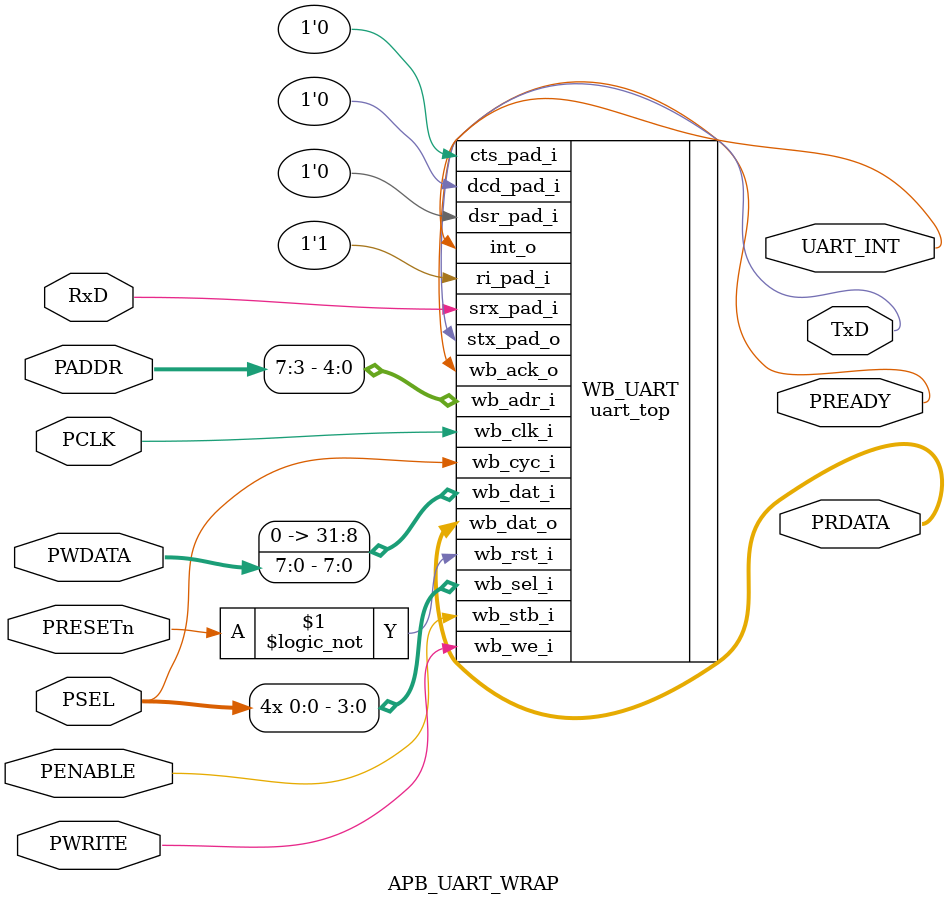
<source format=v>

`define APB_DATA_WIDTH  8
`define SPI_REG_WIDTH   8
`define APB_ADDR_WIDTH  8
module APB_UART_WRAP
(
    // APB SLAVE PORT INTERFACE 
    input                             PCLK,
    input                             PRESETn,
    input [`APB_ADDR_WIDTH-1:0 ]      PADDR,
    input                             PWRITE,
    input                             PSEL,
    input                             PENABLE,
    input [`APB_DATA_WIDTH-1:0 ]      PWDATA,
    output [`APB_DATA_WIDTH-1:0 ]     PRDATA,
    output                            PREADY,
    //Interrupt
    output wire 					  UART_INT,
    // UART signals
    output TxD,
    `ifdef USE_FUNC_MODEM
        input  RxD,
        output rts_pad_o, 
        input  cts_pad_i, 
        output dtr_pad_o, 
        input  dsr_pad_i, 
        input  ri_pad_i, 
        input  dcd_pad_i
    `else
        input  RxD
    `endif
);



uart_top	WB_UART(
	.wb_clk_i(PCLK), 
	.wb_rst_i(!PRESETn), 
    .wb_adr_i(PADDR[7:3]), 
    .wb_dat_i({24'b0,PWDATA}), 
    .wb_dat_o(PRDATA), 
    .wb_we_i(PWRITE), 
    .wb_stb_i(PENABLE), 
    .wb_cyc_i(PSEL), 
    .wb_ack_o(PREADY), 
    .wb_sel_i({4{PSEL}}),
	.int_o(UART_INT), // interrupt request

	// UART	signals
	// serial input/output
	.stx_pad_o(TxD), 
    .srx_pad_i(RxD),

	// modem signals
    `ifdef USE_FUNC_MODEM
        .rts_pad_o(rts_pad_o), 
        .cts_pad_i(cts_pad_i), 
        .dtr_pad_o(dtr_pad_o), 
        .dsr_pad_i(dsr_pad_i), 
        .ri_pad_i(ri_pad_i), 
        .dcd_pad_i(dcd_pad_i)
    `else
        .cts_pad_i(1'b0), 
        .dsr_pad_i(1'b0), 
        .ri_pad_i(1'b1), 
        .dcd_pad_i(1'b0)
    `endif
	);

endmodule


</source>
